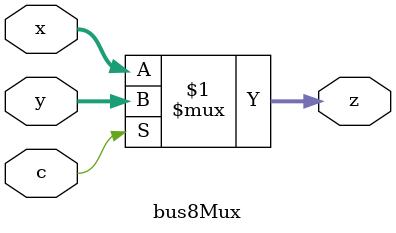
<source format=v>
`timescale 1ns / 1ps
module bus8Mux 
	#(
		parameter WIDTH = 8
	)
	(
		input [WIDTH - 1:0] x,
		input [WIDTH - 1:0] y,
		output [WIDTH - 1:0] z,
		input c
	);
	assign z = c ? y : x;
endmodule

</source>
